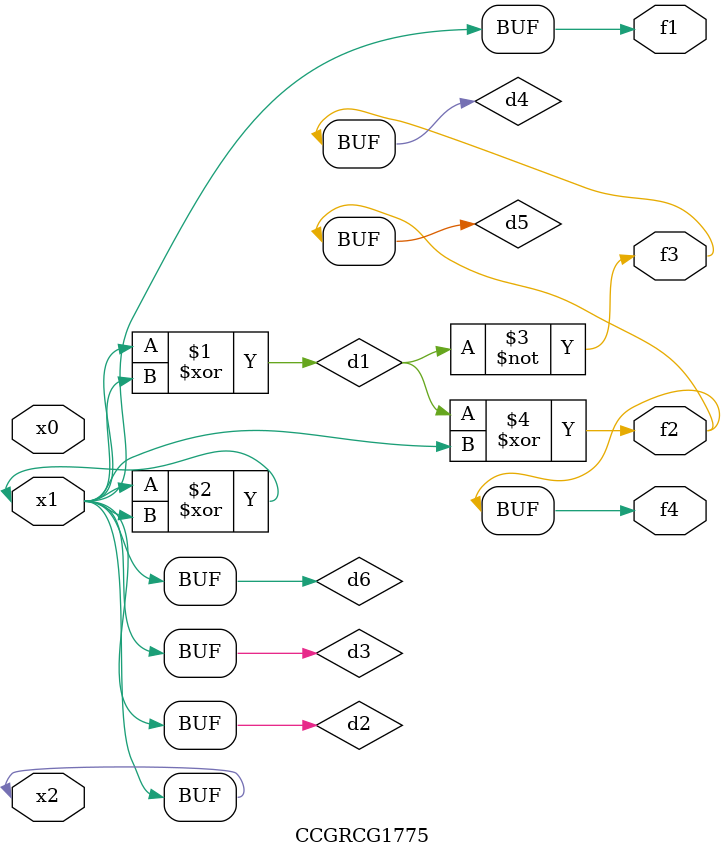
<source format=v>
module CCGRCG1775(
	input x0, x1, x2,
	output f1, f2, f3, f4
);

	wire d1, d2, d3, d4, d5, d6;

	xor (d1, x1, x2);
	buf (d2, x1, x2);
	xor (d3, x1, x2);
	nor (d4, d1);
	xor (d5, d1, d2);
	buf (d6, d2, d3);
	assign f1 = d6;
	assign f2 = d5;
	assign f3 = d4;
	assign f4 = d5;
endmodule

</source>
